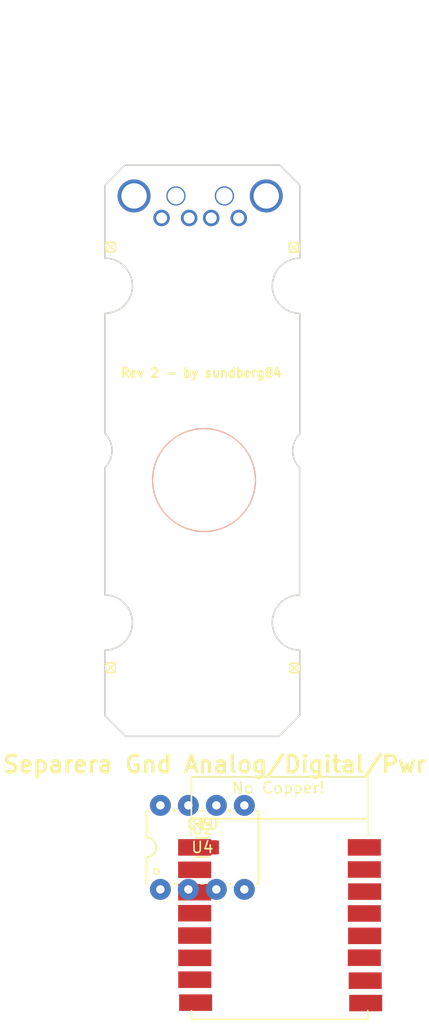
<source format=kicad_pcb>
(kicad_pcb (version 4) (host pcbnew 4.0.4-stable)

  (general
    (links 12)
    (no_connects 12)
    (area 140.549999 54.524999 161.450001 106.500001)
    (thickness 1.6)
    (drawings 52)
    (tracks 1)
    (zones 0)
    (modules 5)
    (nets 15)
  )

  (page A4)
  (layers
    (0 F.Cu signal)
    (31 B.Cu signal)
    (32 B.Adhes user hide)
    (33 F.Adhes user hide)
    (34 B.Paste user hide)
    (35 F.Paste user hide)
    (36 B.SilkS user)
    (37 F.SilkS user)
    (38 B.Mask user hide)
    (39 F.Mask user hide)
    (40 Dwgs.User user hide)
    (41 Cmts.User user hide)
    (42 Eco1.User user hide)
    (43 Eco2.User user hide)
    (44 Edge.Cuts user)
    (45 Margin user hide)
    (46 B.CrtYd user hide)
    (47 F.CrtYd user hide)
    (48 B.Fab user hide)
    (49 F.Fab user hide)
  )

  (setup
    (last_trace_width 0.25)
    (trace_clearance 0.2)
    (zone_clearance 0.508)
    (zone_45_only yes)
    (trace_min 0.2)
    (segment_width 0.127)
    (edge_width 0.15)
    (via_size 0.6)
    (via_drill 0.4)
    (via_min_size 0.4)
    (via_min_drill 0.3)
    (uvia_size 0.3)
    (uvia_drill 0.1)
    (uvias_allowed no)
    (uvia_min_size 0.2)
    (uvia_min_drill 0.1)
    (pcb_text_width 0.3)
    (pcb_text_size 1.5 1.5)
    (mod_edge_width 0.15)
    (mod_text_size 1 1)
    (mod_text_width 0.15)
    (pad_size 0.48 1.3)
    (pad_drill 0)
    (pad_to_mask_clearance 0.2)
    (aux_axis_origin 0 0)
    (visible_elements 7FFEFFFF)
    (pcbplotparams
      (layerselection 0x010f0_80000001)
      (usegerberextensions false)
      (excludeedgelayer true)
      (linewidth 0.100000)
      (plotframeref false)
      (viasonmask false)
      (mode 1)
      (useauxorigin false)
      (hpglpennumber 1)
      (hpglpenspeed 20)
      (hpglpendiameter 15)
      (hpglpenoverlay 2)
      (psnegative false)
      (psa4output false)
      (plotreference true)
      (plotvalue true)
      (plotinvisibletext false)
      (padsonsilk false)
      (subtractmaskfromsilk false)
      (outputformat 1)
      (mirror false)
      (drillshape 0)
      (scaleselection 1)
      (outputdirectory ""))
  )

  (net 0 "")
  (net 1 GND)
  (net 2 VCC)
  (net 3 SS)
  (net 4 MISO)
  (net 5 SCLK)
  (net 6 +5V)
  (net 7 "Net-(C10-Pad2)")
  (net 8 "Net-(C8-Pad1)")
  (net 9 "Net-(C9-Pad2)")
  (net 10 "Net-(P2-Pad2)")
  (net 11 "Net-(P2-Pad3)")
  (net 12 "Net-(R1-Pad2)")
  (net 13 "Net-(R2-Pad1)")
  (net 14 "Net-(SW2-Pad1)")

  (net_class Default "This is the default net class."
    (clearance 0.2)
    (trace_width 0.25)
    (via_dia 0.6)
    (via_drill 0.4)
    (uvia_dia 0.3)
    (uvia_drill 0.1)
    (add_net MISO)
    (add_net "Net-(C10-Pad2)")
    (add_net "Net-(C8-Pad1)")
    (add_net "Net-(C9-Pad2)")
    (add_net "Net-(P2-Pad2)")
    (add_net "Net-(P2-Pad3)")
    (add_net "Net-(R1-Pad2)")
    (add_net "Net-(R2-Pad1)")
    (add_net "Net-(SW2-Pad1)")
    (add_net SCLK)
    (add_net SS)
  )

  (net_class Power ""
    (clearance 0.2)
    (trace_width 0.3)
    (via_dia 0.6)
    (via_drill 0.4)
    (uvia_dia 0.3)
    (uvia_drill 0.1)
    (add_net +5V)
    (add_net GND)
    (add_net VCC)
  )

  (module ASKicadLib:USB_A_AS (layer F.Cu) (tedit 5862AE0C) (tstamp 584D989A)
    (at 150.8 49.1)
    (descr "USB A AS")
    (tags "USB USB_A")
    (path /58495BE0)
    (fp_text reference P1 (at 0 8.3) (layer F.SilkS) hide
      (effects (font (size 1 1) (thickness 0.15)))
    )
    (fp_text value USB_B (at 0 6.6) (layer F.Fab)
      (effects (font (size 1 1) (thickness 0.15)))
    )
    (fp_line (start -6 5.5) (end 6 5.5) (layer F.CrtYd) (width 0.15))
    (fp_line (start -6 -9.4) (end -6 9.4) (layer F.CrtYd) (width 0.15))
    (fp_line (start -6 9.4) (end 6 9.4) (layer F.CrtYd) (width 0.15))
    (fp_line (start 6 9.4) (end 6 -9.4) (layer F.CrtYd) (width 0.15))
    (fp_line (start 6 -9.4) (end -6 -9.4) (layer F.CrtYd) (width 0.15))
    (pad 6 thru_hole circle (at -2.2 8.3 270) (size 1.75 1.75) (drill 1.5) (layers *.Cu *.Mask))
    (pad 6 thru_hole circle (at 2.2 8.3 270) (size 1.75 1.75) (drill 1.5) (layers *.Cu *.Mask))
    (pad 4 thru_hole circle (at 3.5 10.3 270) (size 1.50114 1.50114) (drill 1.00076) (layers *.Cu *.Mask)
      (net 1 GND))
    (pad 3 thru_hole circle (at 1 10.3 270) (size 1.50114 1.50114) (drill 1.00076) (layers *.Cu *.Mask))
    (pad 2 thru_hole circle (at -1 10.3 270) (size 1.50114 1.50114) (drill 1.00076) (layers *.Cu *.Mask))
    (pad 1 thru_hole circle (at -3.5 10.3 270) (size 1.50114 1.50114) (drill 1.00076) (layers *.Cu *.Mask)
      (net 6 +5V))
    (pad 5 thru_hole circle (at 6 8.3 270) (size 2.99974 2.99974) (drill 2.30124) (layers *.Cu *.Mask)
      (net 1 GND))
    (pad 5 thru_hole circle (at -6 8.3 270) (size 2.99974 2.99974) (drill 2.30124) (layers *.Cu *.Mask)
      (net 1 GND))
    (model Connect.3dshapes/USB_A.wrl
      (at (xyz 0.14 0 0))
      (scale (xyz 1 1 1))
      (rotate (xyz 0 0 90))
    )
  )

  (module Capacitors_SMD:C_0805 (layer F.Cu) (tedit 5415D6EA) (tstamp 588A5B9C)
    (at 151 116.500001)
    (descr "Capacitor SMD 0805, reflow soldering, AVX (see smccp.pdf)")
    (tags "capacitor 0805")
    (path /58499029)
    (attr smd)
    (fp_text reference C10 (at 0 -2.1) (layer F.SilkS)
      (effects (font (size 1 1) (thickness 0.15)))
    )
    (fp_text value 0,1 (at 0 2.1) (layer F.Fab)
      (effects (font (size 1 1) (thickness 0.15)))
    )
    (fp_line (start -1 0.625) (end -1 -0.625) (layer F.Fab) (width 0.1))
    (fp_line (start 1 0.625) (end -1 0.625) (layer F.Fab) (width 0.1))
    (fp_line (start 1 -0.625) (end 1 0.625) (layer F.Fab) (width 0.1))
    (fp_line (start -1 -0.625) (end 1 -0.625) (layer F.Fab) (width 0.1))
    (fp_line (start -1.8 -1) (end 1.8 -1) (layer F.CrtYd) (width 0.05))
    (fp_line (start -1.8 1) (end 1.8 1) (layer F.CrtYd) (width 0.05))
    (fp_line (start -1.8 -1) (end -1.8 1) (layer F.CrtYd) (width 0.05))
    (fp_line (start 1.8 -1) (end 1.8 1) (layer F.CrtYd) (width 0.05))
    (fp_line (start 0.5 -0.85) (end -0.5 -0.85) (layer F.SilkS) (width 0.12))
    (fp_line (start -0.5 0.85) (end 0.5 0.85) (layer F.SilkS) (width 0.12))
    (pad 1 smd rect (at -1 0) (size 1 1.25) (layers F.Cu F.Paste F.Mask)
      (net 1 GND))
    (pad 2 smd rect (at 1 0) (size 1 1.25) (layers F.Cu F.Paste F.Mask)
      (net 7 "Net-(C10-Pad2)"))
    (model Capacitors_SMD.3dshapes/C_0805.wrl
      (at (xyz 0 0 0))
      (scale (xyz 1 1 1))
      (rotate (xyz 0 0 0))
    )
  )

  (module Resistors_SMD:R_0805 (layer F.Cu) (tedit 58307B54) (tstamp 588A5BCD)
    (at 151 116.500001)
    (descr "Resistor SMD 0805, reflow soldering, Vishay (see dcrcw.pdf)")
    (tags "resistor 0805")
    (path /5883C67A)
    (attr smd)
    (fp_text reference R9 (at 0 -2.1) (layer F.SilkS)
      (effects (font (size 1 1) (thickness 0.15)))
    )
    (fp_text value 10k (at 0 2.1) (layer F.Fab)
      (effects (font (size 1 1) (thickness 0.15)))
    )
    (fp_line (start -1 0.625) (end -1 -0.625) (layer F.Fab) (width 0.1))
    (fp_line (start 1 0.625) (end -1 0.625) (layer F.Fab) (width 0.1))
    (fp_line (start 1 -0.625) (end 1 0.625) (layer F.Fab) (width 0.1))
    (fp_line (start -1 -0.625) (end 1 -0.625) (layer F.Fab) (width 0.1))
    (fp_line (start -1.6 -1) (end 1.6 -1) (layer F.CrtYd) (width 0.05))
    (fp_line (start -1.6 1) (end 1.6 1) (layer F.CrtYd) (width 0.05))
    (fp_line (start -1.6 -1) (end -1.6 1) (layer F.CrtYd) (width 0.05))
    (fp_line (start 1.6 -1) (end 1.6 1) (layer F.CrtYd) (width 0.05))
    (fp_line (start 0.6 0.875) (end -0.6 0.875) (layer F.SilkS) (width 0.15))
    (fp_line (start -0.6 -0.875) (end 0.6 -0.875) (layer F.SilkS) (width 0.15))
    (pad 1 smd rect (at -0.95 0) (size 0.7 1.3) (layers F.Cu F.Paste F.Mask)
      (net 9 "Net-(C9-Pad2)"))
    (pad 2 smd rect (at 0.95 0) (size 0.7 1.3) (layers F.Cu F.Paste F.Mask)
      (net 1 GND))
    (model Resistors_SMD.3dshapes/R_0805.wrl
      (at (xyz 0 0 0))
      (scale (xyz 1 1 1))
      (rotate (xyz 0 0 0))
    )
  )

  (module ASKicadLib:ESP-07_AS (layer F.Cu) (tedit 58864EB4) (tstamp 588A5BF2)
    (at 151 116.500001)
    (descr "Module, ESP-8266, ESP-07v2, 16 pad, SMD")
    (tags "Module ESP-8266 ESP8266")
    (path /58495FE2)
    (fp_text reference U2 (at 0.025 -1.7 180) (layer F.SilkS)
      (effects (font (size 1 1) (thickness 0.15)))
    )
    (fp_text value ESP-07v2 (at 7.25 2.25) (layer F.Fab)
      (effects (font (size 1 1) (thickness 0.15)))
    )
    (fp_line (start -2.25 -0.5) (end -2.25 -6.65) (layer F.CrtYd) (width 0.05))
    (fp_line (start -2.25 -6.65) (end 16.25 -6.65) (layer F.CrtYd) (width 0.05))
    (fp_line (start 16.25 -6.65) (end 16.25 16) (layer F.CrtYd) (width 0.05))
    (fp_line (start 16.25 16) (end -2.25 16) (layer F.CrtYd) (width 0.05))
    (fp_line (start -2.25 16) (end -2.25 -0.5) (layer F.CrtYd) (width 0.05))
    (fp_line (start -1 -6.4) (end 15 -6.4) (layer F.SilkS) (width 0.1524))
    (fp_line (start 15 -6.4) (end 15 -1) (layer F.SilkS) (width 0.1524))
    (fp_line (start -1 -6.4) (end -1 -1) (layer F.SilkS) (width 0.1524))
    (fp_line (start -1 14.8) (end -1 15.6) (layer F.SilkS) (width 0.1524))
    (fp_line (start -1 15.6) (end 15 15.6) (layer F.SilkS) (width 0.1524))
    (fp_line (start 15 15.6) (end 15 14.8) (layer F.SilkS) (width 0.1524))
    (fp_text user "No Copper!" (at 6.892 -5.4) (layer F.SilkS)
      (effects (font (size 1 1) (thickness 0.15)))
    )
    (fp_line (start -1.008 -2.6) (end 14.992 -2.6) (layer F.SilkS) (width 0.1524))
    (fp_line (start 15 -6.4) (end 15 15.6) (layer F.Fab) (width 0.05))
    (fp_line (start 15 15.6) (end -1 15.6) (layer F.Fab) (width 0.05))
    (fp_line (start -1.008 15.6) (end -1.008 -6.4) (layer F.Fab) (width 0.05))
    (fp_line (start -1 -6.4) (end 15 -6.4) (layer F.Fab) (width 0.05))
    (pad 9 smd rect (at 14.127 14.1224) (size 3 1.5) (drill (offset 0.7 0)) (layers F.Cu F.Paste F.Mask)
      (net 1 GND))
    (pad 10 smd rect (at 14.0762 12.0904) (size 3 1.5) (drill (offset 0.7 0)) (layers F.Cu F.Paste F.Mask)
      (net 3 SS))
    (pad 11 smd rect (at 14 10.0076) (size 3 1.5) (drill (offset 0.7 0)) (layers F.Cu F.Paste F.Mask))
    (pad 12 smd rect (at 14.0254 8.0264) (size 3 1.5) (drill (offset 0.7 0)) (layers F.Cu F.Paste F.Mask)
      (net 14 "Net-(SW2-Pad1)"))
    (pad 13 smd rect (at 14 5.9944) (size 3 1.5) (drill (offset 0.7 0)) (layers F.Cu F.Paste F.Mask))
    (pad 14 smd rect (at 14.0254 4.0132) (size 3 1.5) (drill (offset 0.7 0)) (layers F.Cu F.Paste F.Mask)
      (net 12 "Net-(R1-Pad2)"))
    (pad 15 smd rect (at 14 2.0066) (size 3 1.5) (drill (offset 0.7 0)) (layers F.Cu F.Paste F.Mask)
      (net 11 "Net-(P2-Pad3)"))
    (pad 8 smd rect (at 0.0889 14.0843) (size 3 1.5) (drill (offset -0.7 0)) (layers F.Cu F.Paste F.Mask)
      (net 2 VCC))
    (pad 7 smd rect (at 0.0127 12.0015) (size 3 1.5) (drill (offset -0.7 0)) (layers F.Cu F.Paste F.Mask))
    (pad 6 smd rect (at 0.0127 10.0203) (size 3 1.5) (drill (offset -0.7 0)) (layers F.Cu F.Paste F.Mask)
      (net 4 MISO))
    (pad 5 smd rect (at 0 8.001) (size 3 1.5) (drill (offset -0.7 0)) (layers F.Cu F.Paste F.Mask)
      (net 5 SCLK))
    (pad 4 smd rect (at 0 5.969) (size 3 1.5) (drill (offset -0.7 0)) (layers F.Cu F.Paste F.Mask))
    (pad 3 smd rect (at 0 4.064) (size 3 1.5) (drill (offset -0.7 0)) (layers F.Cu F.Paste F.Mask)
      (net 13 "Net-(R2-Pad1)"))
    (pad 2 smd rect (at 0 2.032) (size 3 1.5) (drill (offset -0.7 0)) (layers F.Cu F.Paste F.Mask))
    (pad 1 smd rect (at 0 0) (size 3 1.5) (drill (offset -0.7 0)) (layers F.Cu F.Paste F.Mask))
    (pad 16 smd rect (at 14 0) (size 3 1.5) (drill (offset 0.7 0)) (layers F.Cu F.Paste F.Mask)
      (net 10 "Net-(P2-Pad2)"))
    (model ${ESPLIB}/ESP8266.3dshapes/ESP-07v2.wrl
      (at (xyz 0 0 0))
      (scale (xyz 0.3937 0.3937 0.3937))
      (rotate (xyz 0 0 0))
    )
  )

  (module Power_Integrations:PDIP-8 (layer F.Cu) (tedit 0) (tstamp 588A5C0E)
    (at 151 116.500001)
    (descr "PDIP-8 Standard 300mil 8pin Dual In Line Package")
    (tags "Power Integrations P Package")
    (path /58495F1E)
    (fp_text reference U4 (at 0 0) (layer F.SilkS)
      (effects (font (size 1 1) (thickness 0.15)))
    )
    (fp_text value MCP3201 (at 0 0) (layer F.Fab)
      (effects (font (size 1 1) (thickness 0.15)))
    )
    (fp_line (start -5.08 0.889) (end -5.08 3.302) (layer F.SilkS) (width 0.15))
    (fp_line (start -5.08 -0.889) (end -5.08 -3.302) (layer F.SilkS) (width 0.15))
    (fp_arc (start -5.08 0) (end -4.191 0) (angle 90) (layer F.SilkS) (width 0.15))
    (fp_arc (start -5.08 0) (end -5.08 -0.889) (angle 90) (layer F.SilkS) (width 0.15))
    (fp_circle (center -4.191 2.159) (end -3.937 2.159) (layer F.SilkS) (width 0.15))
    (fp_line (start 5.08 3.302) (end 4.953 3.302) (layer F.SilkS) (width 0.15))
    (fp_line (start 2.413 3.302) (end 2.667 3.302) (layer F.SilkS) (width 0.15))
    (fp_line (start -0.127 3.302) (end 0.127 3.302) (layer F.SilkS) (width 0.15))
    (fp_line (start -2.667 3.302) (end -2.413 3.302) (layer F.SilkS) (width 0.15))
    (fp_line (start -5.08 3.302) (end -4.953 3.302) (layer F.SilkS) (width 0.15))
    (fp_line (start -5.08 -3.302) (end -4.953 -3.302) (layer F.SilkS) (width 0.15))
    (fp_line (start 5.08 -3.302) (end 4.953 -3.302) (layer F.SilkS) (width 0.15))
    (fp_line (start 2.413 -3.302) (end 2.667 -3.302) (layer F.SilkS) (width 0.15))
    (fp_line (start -0.127 -3.302) (end 0.127 -3.302) (layer F.SilkS) (width 0.15))
    (fp_line (start -2.667 -3.302) (end -2.413 -3.302) (layer F.SilkS) (width 0.15))
    (fp_line (start 5.08 3.302) (end 5.08 -3.302) (layer F.SilkS) (width 0.15))
    (pad 1 thru_hole circle (at -3.81 3.81) (size 1.905 1.905) (drill 0.762) (layers *.Cu *.Mask)
      (net 7 "Net-(C10-Pad2)"))
    (pad 2 thru_hole circle (at -1.27 3.81) (size 1.905 1.905) (drill 0.762) (layers *.Cu *.Mask)
      (net 8 "Net-(C8-Pad1)"))
    (pad 3 thru_hole circle (at 1.27 3.81) (size 1.905 1.905) (drill 0.762) (layers *.Cu *.Mask)
      (net 1 GND))
    (pad 4 thru_hole circle (at 3.81 3.81) (size 1.905 1.905) (drill 0.762) (layers *.Cu *.Mask)
      (net 1 GND))
    (pad 5 thru_hole circle (at 3.81 -3.81) (size 1.905 1.905) (drill 0.762) (layers *.Cu *.Mask)
      (net 3 SS))
    (pad 6 thru_hole circle (at 1.27 -3.81) (size 1.905 1.905) (drill 0.762) (layers *.Cu *.Mask)
      (net 4 MISO))
    (pad 7 thru_hole circle (at -1.27 -3.81) (size 1.905 1.905) (drill 0.762) (layers *.Cu *.Mask)
      (net 5 SCLK))
    (pad 8 thru_hole circle (at -3.81 -3.81) (size 1.905 1.905) (drill 0.762) (layers *.Cu *.Mask)
      (net 2 VCC))
  )

  (gr_line (start 142.15 93.6) (end 142.15 82.05) (angle 90) (layer Edge.Cuts) (width 0.15))
  (gr_line (start 158.91 100.66) (end 159.785 100.66) (angle 90) (layer F.SilkS) (width 0.127) (tstamp 58565C1C))
  (gr_line (start 159.76 99.81) (end 158.91 100.66) (angle 90) (layer F.SilkS) (width 0.127) (tstamp 58565C1E))
  (gr_text "Separera Gnd Analog/Digital/Pwr\n" (at 152.11 108.97) (layer F.SilkS)
    (effects (font (size 1.5 1.5) (thickness 0.3)))
  )
  (gr_text "Rev 2 - by sundberg84" (at 150.89 73.46) (layer F.SilkS)
    (effects (font (size 0.8 0.8) (thickness 0.2)))
  )
  (gr_circle (center 151.15 83.175) (end 154.45 86.475) (layer B.SilkS) (width 0.127))
  (gr_line (start 159.785 100.66) (end 158.91 99.785) (angle 90) (layer F.SilkS) (width 0.127) (tstamp 58565C20))
  (gr_line (start 159.785 99.785) (end 158.91 99.785) (angle 90) (layer F.SilkS) (width 0.127) (tstamp 58565C1F))
  (gr_line (start 158.91 100.66) (end 158.91 99.785) (angle 90) (layer F.SilkS) (width 0.127) (tstamp 58565C1D))
  (gr_line (start 159.785 100.66) (end 159.785 99.785) (angle 90) (layer F.SilkS) (width 0.127) (tstamp 58565C1B))
  (gr_line (start 143.105 100.64) (end 143.105 99.765) (angle 90) (layer F.SilkS) (width 0.127) (tstamp 58565C1A))
  (gr_line (start 142.23 100.64) (end 143.105 100.64) (angle 90) (layer F.SilkS) (width 0.127) (tstamp 58565C19))
  (gr_line (start 142.23 100.64) (end 142.23 99.765) (angle 90) (layer F.SilkS) (width 0.127) (tstamp 58565C18))
  (gr_line (start 143.08 99.79) (end 142.23 100.64) (angle 90) (layer F.SilkS) (width 0.127) (tstamp 58565C17))
  (gr_line (start 143.105 99.765) (end 142.23 99.765) (angle 90) (layer F.SilkS) (width 0.127) (tstamp 58565C16))
  (gr_line (start 143.105 100.64) (end 142.23 99.765) (angle 90) (layer F.SilkS) (width 0.127) (tstamp 58565C15))
  (gr_line (start 159.76 104.6) (end 159.76 104.58) (angle 90) (layer Edge.Cuts) (width 0.15))
  (gr_line (start 159.85 68.05) (end 159.85 78.975) (angle 90) (layer Edge.Cuts) (width 0.15))
  (gr_line (start 159.825 93.575) (end 159.825 82.05) (angle 90) (layer Edge.Cuts) (width 0.15))
  (gr_line (start 142.15 68.05) (end 142.15 78.95) (angle 90) (layer Edge.Cuts) (width 0.15))
  (gr_line (start 143.975 54.6) (end 158.025 54.6) (angle 90) (layer Edge.Cuts) (width 0.15))
  (gr_line (start 142.15 56.425) (end 143.975 54.6) (angle 90) (layer Edge.Cuts) (width 0.15))
  (gr_line (start 142.15 63.05) (end 142.15 56.45) (angle 90) (layer Edge.Cuts) (width 0.15))
  (gr_line (start 159.85 56.425) (end 158.025 54.6) (angle 90) (layer Edge.Cuts) (width 0.15))
  (gr_line (start 159.85 56.425) (end 159.85 63.05) (angle 90) (layer Edge.Cuts) (width 0.15))
  (gr_line (start 142.15 104.55) (end 142.15 98.6) (angle 90) (layer Edge.Cuts) (width 0.15))
  (gr_line (start 159.85 98.6) (end 159.85 104.5) (angle 90) (layer Edge.Cuts) (width 0.15))
  (gr_arc (start 159.85 65.55) (end 159.85 68.05) (angle 90) (layer Edge.Cuts) (width 0.15))
  (gr_arc (start 142.15 65.55) (end 144.65 65.55) (angle 90) (layer Edge.Cuts) (width 0.15))
  (gr_arc (start 142.15 65.55) (end 142.15 63.05) (angle 90) (layer Edge.Cuts) (width 0.15))
  (gr_arc (start 159.85 65.55) (end 157.35 65.55) (angle 90) (layer Edge.Cuts) (width 0.15))
  (gr_arc (start 159.85 96.1) (end 159.85 98.6) (angle 90) (layer Edge.Cuts) (width 0.15))
  (gr_arc (start 159.85 96.1) (end 157.35 96.125) (angle 90) (layer Edge.Cuts) (width 0.15))
  (gr_arc (start 142.15 96.1) (end 144.65 96.1) (angle 90) (layer Edge.Cuts) (width 0.15))
  (gr_arc (start 142.15 96.1) (end 142.15 93.6) (angle 90) (layer Edge.Cuts) (width 0.15))
  (gr_line (start 142.15 104.55) (end 144.025 106.425) (angle 90) (layer Edge.Cuts) (width 0.15))
  (gr_line (start 157.925 106.425) (end 144.05 106.425) (angle 90) (layer Edge.Cuts) (width 0.15))
  (gr_line (start 157.925 106.425) (end 159.85 104.5) (angle 90) (layer Edge.Cuts) (width 0.15))
  (gr_arc (start 161.375 80.525) (end 159.85 82.075) (angle 90) (layer Edge.Cuts) (width 0.15) (tstamp 584C826A))
  (gr_arc (start 140.625 80.5) (end 142.15 78.95) (angle 90) (layer Edge.Cuts) (width 0.15))
  (gr_line (start 143.115 62.48) (end 142.24 61.605) (angle 90) (layer F.SilkS) (width 0.127) (tstamp 584C7F2C))
  (gr_line (start 143.115 61.605) (end 142.24 61.605) (angle 90) (layer F.SilkS) (width 0.127) (tstamp 584C7F2B))
  (gr_line (start 143.09 61.63) (end 142.24 62.48) (angle 90) (layer F.SilkS) (width 0.127) (tstamp 584C7F2A))
  (gr_line (start 142.24 62.48) (end 142.24 61.605) (angle 90) (layer F.SilkS) (width 0.127) (tstamp 584C7F29))
  (gr_line (start 142.24 62.48) (end 143.115 62.48) (angle 90) (layer F.SilkS) (width 0.127) (tstamp 584C7F28))
  (gr_line (start 143.115 62.48) (end 143.115 61.605) (angle 90) (layer F.SilkS) (width 0.127) (tstamp 584C7F27))
  (gr_line (start 159.75 62.5) (end 159.75 61.625) (angle 90) (layer F.SilkS) (width 0.127))
  (gr_line (start 158.875 62.5) (end 159.75 62.5) (angle 90) (layer F.SilkS) (width 0.127))
  (gr_line (start 158.875 62.5) (end 158.875 61.625) (angle 90) (layer F.SilkS) (width 0.127))
  (gr_line (start 159.725 61.65) (end 158.875 62.5) (angle 90) (layer F.SilkS) (width 0.127))
  (gr_line (start 159.75 61.625) (end 158.875 61.625) (angle 90) (layer F.SilkS) (width 0.127))
  (gr_line (start 159.75 62.5) (end 158.875 61.625) (angle 90) (layer F.SilkS) (width 0.127))

  (segment (start 154.575 59.675) (end 154.3 59.4) (width 0.3) (layer F.Cu) (net 1) (tstamp 584E6DC1))

)

</source>
